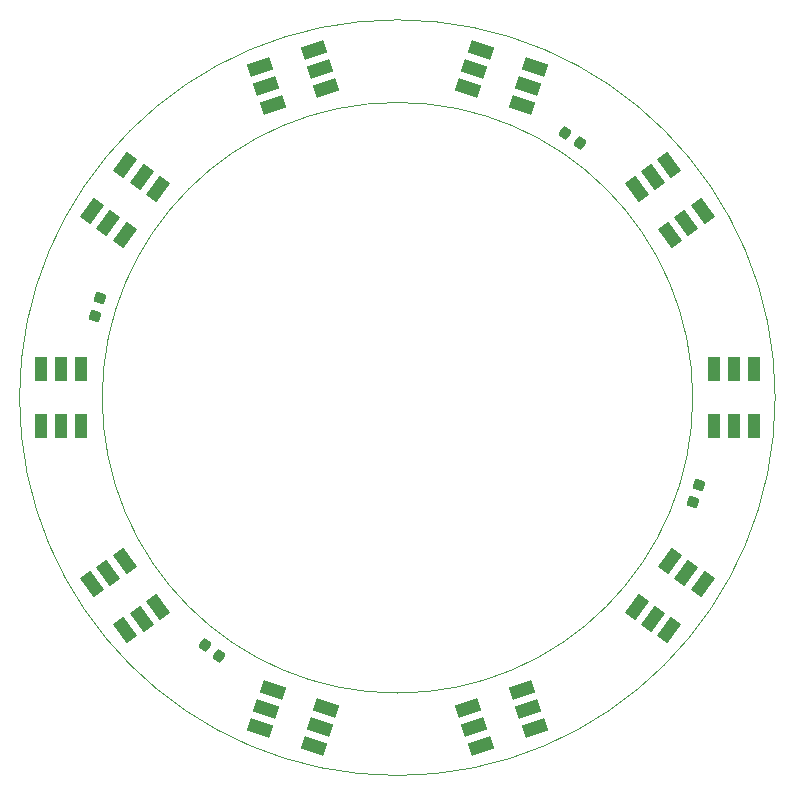
<source format=gbr>
%TF.GenerationSoftware,KiCad,Pcbnew,9.0.5*%
%TF.CreationDate,2025-12-07T22:18:12-05:00*%
%TF.ProjectId,LED_PCB,4c45445f-5043-4422-9e6b-696361645f70,rev?*%
%TF.SameCoordinates,Original*%
%TF.FileFunction,Paste,Top*%
%TF.FilePolarity,Positive*%
%FSLAX46Y46*%
G04 Gerber Fmt 4.6, Leading zero omitted, Abs format (unit mm)*
G04 Created by KiCad (PCBNEW 9.0.5) date 2025-12-07 22:18:12*
%MOMM*%
%LPD*%
G01*
G04 APERTURE LIST*
G04 Aperture macros list*
%AMRoundRect*
0 Rectangle with rounded corners*
0 $1 Rounding radius*
0 $2 $3 $4 $5 $6 $7 $8 $9 X,Y pos of 4 corners*
0 Add a 4 corners polygon primitive as box body*
4,1,4,$2,$3,$4,$5,$6,$7,$8,$9,$2,$3,0*
0 Add four circle primitives for the rounded corners*
1,1,$1+$1,$2,$3*
1,1,$1+$1,$4,$5*
1,1,$1+$1,$6,$7*
1,1,$1+$1,$8,$9*
0 Add four rect primitives between the rounded corners*
20,1,$1+$1,$2,$3,$4,$5,0*
20,1,$1+$1,$4,$5,$6,$7,0*
20,1,$1+$1,$6,$7,$8,$9,0*
20,1,$1+$1,$8,$9,$2,$3,0*%
%AMRotRect*
0 Rectangle, with rotation*
0 The origin of the aperture is its center*
0 $1 length*
0 $2 width*
0 $3 Rotation angle, in degrees counterclockwise*
0 Add horizontal line*
21,1,$1,$2,0,0,$3*%
G04 Aperture macros list end*
%ADD10RotRect,1.100000X2.000000X36.000000*%
%ADD11RoundRect,0.225000X0.328975X0.070003X-0.035083X0.334506X-0.328975X-0.070003X0.035083X-0.334506X0*%
%ADD12RoundRect,0.225000X-0.168235X0.291242X-0.307293X-0.136733X0.168235X-0.291242X0.307293X0.136733X0*%
%ADD13RoundRect,0.225000X0.168235X-0.291242X0.307293X0.136733X-0.168235X0.291242X-0.307293X-0.136733X0*%
%ADD14RoundRect,0.225000X-0.328975X-0.070003X0.035083X-0.334506X0.328975X0.070003X-0.035083X0.334506X0*%
%ADD15R,1.100000X2.000000*%
%ADD16RotRect,1.100000X2.000000X252.000000*%
%ADD17RotRect,1.100000X2.000000X324.000000*%
%ADD18RotRect,1.100000X2.000000X288.000000*%
%ADD19RotRect,1.100000X2.000000X72.000000*%
%ADD20RotRect,1.100000X2.000000X216.000000*%
%ADD21RotRect,1.100000X2.000000X144.000000*%
%ADD22RotRect,1.100000X2.000000X108.000000*%
%TA.AperFunction,Profile*%
%ADD23C,0.100000*%
%TD*%
G04 APERTURE END LIST*
D10*
%TO.C,D2*%
X163011628Y-80307244D03*
X161636299Y-81306479D03*
X160260971Y-82305714D03*
X163082340Y-86188996D03*
X164457669Y-85189761D03*
X165832997Y-84190526D03*
%TD*%
D11*
%TO.C,C1*%
X155426988Y-78455534D03*
X154173012Y-77544466D03*
%TD*%
D12*
%TO.C,C4*%
X114839488Y-91562931D03*
X114360512Y-93037069D03*
%TD*%
D13*
%TO.C,C2*%
X165060511Y-108837068D03*
X165539489Y-107362932D03*
%TD*%
D14*
%TO.C,C3*%
X123673012Y-120944466D03*
X124926988Y-121855534D03*
%TD*%
D15*
%TO.C,D3*%
X170190000Y-97600000D03*
X168490000Y-97600000D03*
X166790000Y-97600000D03*
X166790000Y-102400000D03*
X168490000Y-102400000D03*
X170190000Y-102400000D03*
%TD*%
D16*
%TO.C,D6*%
X132940223Y-129463547D03*
X133465552Y-127846751D03*
X133990881Y-126229955D03*
X129425809Y-124746673D03*
X128900480Y-126363469D03*
X128375151Y-127980265D03*
%TD*%
D17*
%TO.C,D4*%
X165832997Y-115809474D03*
X164457669Y-114810239D03*
X163082340Y-113811004D03*
X160260971Y-117694286D03*
X161636299Y-118693521D03*
X163011628Y-119692756D03*
%TD*%
D18*
%TO.C,D5*%
X151604849Y-127980266D03*
X151079520Y-126363470D03*
X150554191Y-124746674D03*
X145989119Y-126229956D03*
X146514448Y-127846752D03*
X147039777Y-129463548D03*
%TD*%
D19*
%TO.C,D1*%
X147039777Y-70536453D03*
X146514448Y-72153248D03*
X145989119Y-73770044D03*
X150554191Y-75253325D03*
X151079520Y-73636530D03*
X151604849Y-72019734D03*
%TD*%
D20*
%TO.C,D7*%
X116968372Y-119692756D03*
X118343701Y-118693521D03*
X119719029Y-117694286D03*
X116897660Y-113811004D03*
X115522331Y-114810239D03*
X114147003Y-115809474D03*
%TD*%
D21*
%TO.C,D9*%
X114147003Y-84190526D03*
X115522331Y-85189761D03*
X116897660Y-86188996D03*
X119719029Y-82305714D03*
X118343701Y-81306479D03*
X116968372Y-80307244D03*
%TD*%
D15*
%TO.C,D8*%
X109790000Y-102400000D03*
X111490000Y-102400000D03*
X113190000Y-102400000D03*
X113190000Y-97600000D03*
X111490000Y-97600000D03*
X109790000Y-97600000D03*
%TD*%
D22*
%TO.C,D10*%
X128375151Y-72019734D03*
X128900480Y-73636530D03*
X129425809Y-75253326D03*
X133990881Y-73770044D03*
X133465552Y-72153248D03*
X132940223Y-70536452D03*
%TD*%
D23*
X171980000Y-99990000D02*
G75*
G02*
X108000000Y-99990000I-31990000J0D01*
G01*
X108000000Y-99990000D02*
G75*
G02*
X171980000Y-99990000I31990000J0D01*
G01*
X165000002Y-100000000D02*
G75*
G02*
X114999998Y-100000000I-25000002J0D01*
G01*
X114999998Y-100000000D02*
G75*
G02*
X165000002Y-100000000I25000002J0D01*
G01*
M02*

</source>
